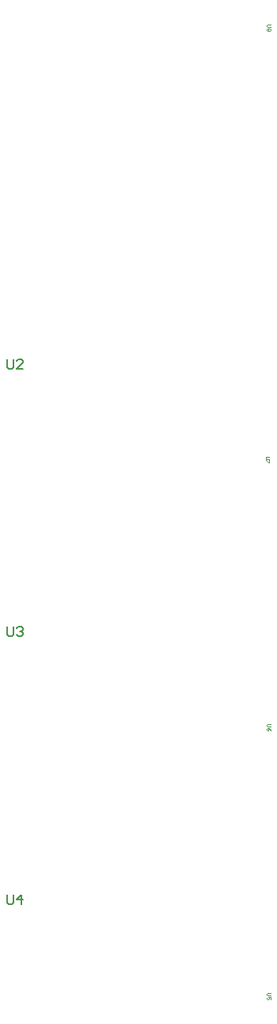
<source format=gm1>
G04*
G04 #@! TF.GenerationSoftware,Altium Limited,Altium Designer,20.0.10 (225)*
G04*
G04 Layer_Color=16711935*
%FSLAX25Y25*%
%MOIN*%
G70*
G01*
G75*
%ADD13C,0.00500*%
%ADD94C,0.00236*%
D13*
X117700Y328498D02*
Y325166D01*
X118367Y324500D01*
X119699D01*
X120366Y325166D01*
Y328498D01*
X121699Y327832D02*
X122365Y328498D01*
X123698D01*
X124364Y327832D01*
Y327166D01*
X123698Y326499D01*
X123032D01*
X123698D01*
X124364Y325833D01*
Y325166D01*
X123698Y324500D01*
X122365D01*
X121699Y325166D01*
X117700Y215998D02*
Y212666D01*
X118367Y212000D01*
X119699D01*
X120366Y212666D01*
Y215998D01*
X123698Y212000D02*
Y215998D01*
X121699Y213999D01*
X124364D01*
X117700Y440998D02*
Y437666D01*
X118367Y437000D01*
X119699D01*
X120366Y437666D01*
Y440998D01*
X124364Y437000D02*
X121699D01*
X124364Y439666D01*
Y440332D01*
X123698Y440998D01*
X122365D01*
X121699Y440332D01*
D94*
X228574Y581500D02*
X227262D01*
X227000Y581238D01*
Y580713D01*
X227262Y580450D01*
X228574D01*
X228312Y579926D02*
X228574Y579663D01*
Y579139D01*
X228312Y578876D01*
X228049D01*
X227787Y579139D01*
X227525Y578876D01*
X227262D01*
X227000Y579139D01*
Y579663D01*
X227262Y579926D01*
X227525D01*
X227787Y579663D01*
X228049Y579926D01*
X228312D01*
X227787Y579663D02*
Y579139D01*
X228074Y400000D02*
X226762D01*
X226500Y399738D01*
Y399213D01*
X226762Y398951D01*
X228074D01*
Y398426D02*
Y397376D01*
X227812D01*
X226762Y398426D01*
X226500D01*
X228574Y287500D02*
X227262D01*
X227000Y287238D01*
Y286713D01*
X227262Y286451D01*
X228574D01*
Y284876D02*
X228312Y285401D01*
X227787Y285926D01*
X227262D01*
X227000Y285663D01*
Y285139D01*
X227262Y284876D01*
X227525D01*
X227787Y285139D01*
Y285926D01*
X228574Y174500D02*
X227262D01*
X227000Y174238D01*
Y173713D01*
X227262Y173451D01*
X228574D01*
Y171876D02*
Y172926D01*
X227787D01*
X228049Y172401D01*
Y172139D01*
X227787Y171876D01*
X227262D01*
X227000Y172139D01*
Y172663D01*
X227262Y172926D01*
M02*

</source>
